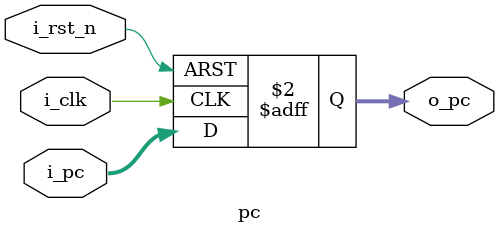
<source format=v>
module pc(i_clk, i_rst_n, i_pc, o_pc);

input               i_clk, i_rst_n;
input       [31:0]  i_pc;
output  reg [31:0]  o_pc;

 always @(posedge i_clk, negedge i_rst_n) begin
if (i_rst_n) begin
o_pc <= i_pc;
end else begin 
o_pc <= 32'b0;
end

end

endmodule

</source>
